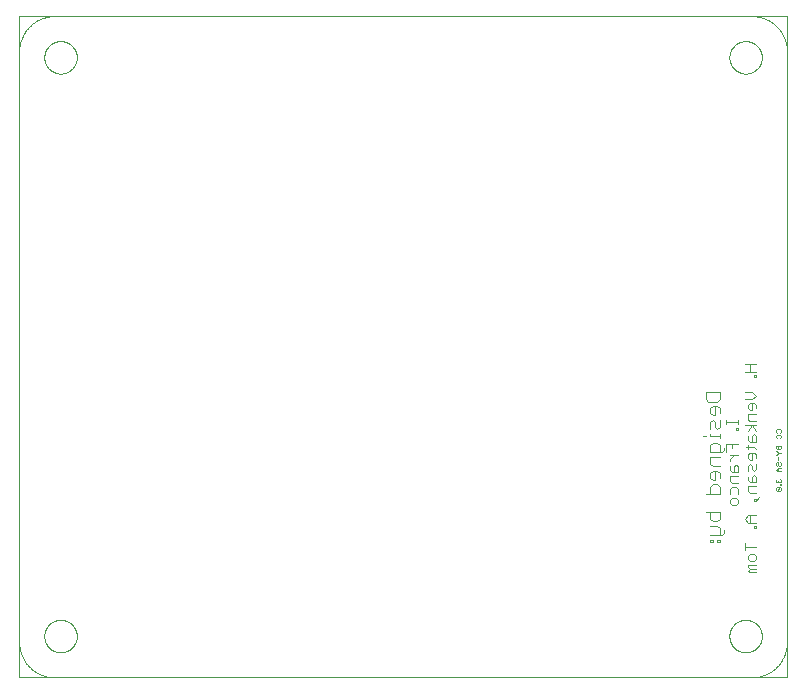
<source format=gbo>
G75*
%MOIN*%
%OFA0B0*%
%FSLAX25Y25*%
%IPPOS*%
%LPD*%
%AMOC8*
5,1,8,0,0,1.08239X$1,22.5*
%
%ADD10C,0.00000*%
%ADD11C,0.00200*%
%ADD12C,0.00400*%
%ADD13C,0.00300*%
D10*
X0004996Y0005011D02*
X0005008Y0225385D01*
X0260916Y0225461D01*
X0260960Y0004994D01*
X0004996Y0005011D01*
X0005000Y0016811D02*
X0005000Y0213661D01*
X0005003Y0213946D01*
X0005014Y0214232D01*
X0005031Y0214517D01*
X0005055Y0214801D01*
X0005086Y0215085D01*
X0005124Y0215368D01*
X0005169Y0215649D01*
X0005220Y0215930D01*
X0005278Y0216210D01*
X0005343Y0216488D01*
X0005415Y0216764D01*
X0005493Y0217038D01*
X0005578Y0217311D01*
X0005670Y0217581D01*
X0005768Y0217849D01*
X0005872Y0218115D01*
X0005983Y0218378D01*
X0006100Y0218638D01*
X0006223Y0218896D01*
X0006353Y0219150D01*
X0006489Y0219401D01*
X0006630Y0219649D01*
X0006778Y0219893D01*
X0006931Y0220134D01*
X0007091Y0220370D01*
X0007256Y0220603D01*
X0007426Y0220832D01*
X0007602Y0221057D01*
X0007784Y0221277D01*
X0007970Y0221493D01*
X0008162Y0221704D01*
X0008359Y0221911D01*
X0008561Y0222113D01*
X0008768Y0222310D01*
X0008979Y0222502D01*
X0009195Y0222688D01*
X0009415Y0222870D01*
X0009640Y0223046D01*
X0009869Y0223216D01*
X0010102Y0223381D01*
X0010338Y0223541D01*
X0010579Y0223694D01*
X0010823Y0223842D01*
X0011071Y0223983D01*
X0011322Y0224119D01*
X0011576Y0224249D01*
X0011834Y0224372D01*
X0012094Y0224489D01*
X0012357Y0224600D01*
X0012623Y0224704D01*
X0012891Y0224802D01*
X0013161Y0224894D01*
X0013434Y0224979D01*
X0013708Y0225057D01*
X0013984Y0225129D01*
X0014262Y0225194D01*
X0014542Y0225252D01*
X0014823Y0225303D01*
X0015104Y0225348D01*
X0015387Y0225386D01*
X0015671Y0225417D01*
X0015955Y0225441D01*
X0016240Y0225458D01*
X0016526Y0225469D01*
X0016811Y0225472D01*
X0249094Y0225472D01*
X0249379Y0225469D01*
X0249665Y0225458D01*
X0249950Y0225441D01*
X0250234Y0225417D01*
X0250518Y0225386D01*
X0250801Y0225348D01*
X0251082Y0225303D01*
X0251363Y0225252D01*
X0251643Y0225194D01*
X0251921Y0225129D01*
X0252197Y0225057D01*
X0252471Y0224979D01*
X0252744Y0224894D01*
X0253014Y0224802D01*
X0253282Y0224704D01*
X0253548Y0224600D01*
X0253811Y0224489D01*
X0254071Y0224372D01*
X0254329Y0224249D01*
X0254583Y0224119D01*
X0254834Y0223983D01*
X0255082Y0223842D01*
X0255326Y0223694D01*
X0255567Y0223541D01*
X0255803Y0223381D01*
X0256036Y0223216D01*
X0256265Y0223046D01*
X0256490Y0222870D01*
X0256710Y0222688D01*
X0256926Y0222502D01*
X0257137Y0222310D01*
X0257344Y0222113D01*
X0257546Y0221911D01*
X0257743Y0221704D01*
X0257935Y0221493D01*
X0258121Y0221277D01*
X0258303Y0221057D01*
X0258479Y0220832D01*
X0258649Y0220603D01*
X0258814Y0220370D01*
X0258974Y0220134D01*
X0259127Y0219893D01*
X0259275Y0219649D01*
X0259416Y0219401D01*
X0259552Y0219150D01*
X0259682Y0218896D01*
X0259805Y0218638D01*
X0259922Y0218378D01*
X0260033Y0218115D01*
X0260137Y0217849D01*
X0260235Y0217581D01*
X0260327Y0217311D01*
X0260412Y0217038D01*
X0260490Y0216764D01*
X0260562Y0216488D01*
X0260627Y0216210D01*
X0260685Y0215930D01*
X0260736Y0215649D01*
X0260781Y0215368D01*
X0260819Y0215085D01*
X0260850Y0214801D01*
X0260874Y0214517D01*
X0260891Y0214232D01*
X0260902Y0213946D01*
X0260905Y0213661D01*
X0260906Y0213661D02*
X0260906Y0016811D01*
X0260905Y0016811D02*
X0260902Y0016526D01*
X0260891Y0016240D01*
X0260874Y0015955D01*
X0260850Y0015671D01*
X0260819Y0015387D01*
X0260781Y0015104D01*
X0260736Y0014823D01*
X0260685Y0014542D01*
X0260627Y0014262D01*
X0260562Y0013984D01*
X0260490Y0013708D01*
X0260412Y0013434D01*
X0260327Y0013161D01*
X0260235Y0012891D01*
X0260137Y0012623D01*
X0260033Y0012357D01*
X0259922Y0012094D01*
X0259805Y0011834D01*
X0259682Y0011576D01*
X0259552Y0011322D01*
X0259416Y0011071D01*
X0259275Y0010823D01*
X0259127Y0010579D01*
X0258974Y0010338D01*
X0258814Y0010102D01*
X0258649Y0009869D01*
X0258479Y0009640D01*
X0258303Y0009415D01*
X0258121Y0009195D01*
X0257935Y0008979D01*
X0257743Y0008768D01*
X0257546Y0008561D01*
X0257344Y0008359D01*
X0257137Y0008162D01*
X0256926Y0007970D01*
X0256710Y0007784D01*
X0256490Y0007602D01*
X0256265Y0007426D01*
X0256036Y0007256D01*
X0255803Y0007091D01*
X0255567Y0006931D01*
X0255326Y0006778D01*
X0255082Y0006630D01*
X0254834Y0006489D01*
X0254583Y0006353D01*
X0254329Y0006223D01*
X0254071Y0006100D01*
X0253811Y0005983D01*
X0253548Y0005872D01*
X0253282Y0005768D01*
X0253014Y0005670D01*
X0252744Y0005578D01*
X0252471Y0005493D01*
X0252197Y0005415D01*
X0251921Y0005343D01*
X0251643Y0005278D01*
X0251363Y0005220D01*
X0251082Y0005169D01*
X0250801Y0005124D01*
X0250518Y0005086D01*
X0250234Y0005055D01*
X0249950Y0005031D01*
X0249665Y0005014D01*
X0249379Y0005003D01*
X0249094Y0005000D01*
X0016811Y0005000D01*
X0016526Y0005003D01*
X0016240Y0005014D01*
X0015955Y0005031D01*
X0015671Y0005055D01*
X0015387Y0005086D01*
X0015104Y0005124D01*
X0014823Y0005169D01*
X0014542Y0005220D01*
X0014262Y0005278D01*
X0013984Y0005343D01*
X0013708Y0005415D01*
X0013434Y0005493D01*
X0013161Y0005578D01*
X0012891Y0005670D01*
X0012623Y0005768D01*
X0012357Y0005872D01*
X0012094Y0005983D01*
X0011834Y0006100D01*
X0011576Y0006223D01*
X0011322Y0006353D01*
X0011071Y0006489D01*
X0010823Y0006630D01*
X0010579Y0006778D01*
X0010338Y0006931D01*
X0010102Y0007091D01*
X0009869Y0007256D01*
X0009640Y0007426D01*
X0009415Y0007602D01*
X0009195Y0007784D01*
X0008979Y0007970D01*
X0008768Y0008162D01*
X0008561Y0008359D01*
X0008359Y0008561D01*
X0008162Y0008768D01*
X0007970Y0008979D01*
X0007784Y0009195D01*
X0007602Y0009415D01*
X0007426Y0009640D01*
X0007256Y0009869D01*
X0007091Y0010102D01*
X0006931Y0010338D01*
X0006778Y0010579D01*
X0006630Y0010823D01*
X0006489Y0011071D01*
X0006353Y0011322D01*
X0006223Y0011576D01*
X0006100Y0011834D01*
X0005983Y0012094D01*
X0005872Y0012357D01*
X0005768Y0012623D01*
X0005670Y0012891D01*
X0005578Y0013161D01*
X0005493Y0013434D01*
X0005415Y0013708D01*
X0005343Y0013984D01*
X0005278Y0014262D01*
X0005220Y0014542D01*
X0005169Y0014823D01*
X0005124Y0015104D01*
X0005086Y0015387D01*
X0005055Y0015671D01*
X0005031Y0015955D01*
X0005014Y0016240D01*
X0005003Y0016526D01*
X0005000Y0016811D01*
X0013367Y0018780D02*
X0013369Y0018927D01*
X0013375Y0019073D01*
X0013385Y0019219D01*
X0013399Y0019365D01*
X0013417Y0019511D01*
X0013438Y0019656D01*
X0013464Y0019800D01*
X0013494Y0019944D01*
X0013527Y0020086D01*
X0013564Y0020228D01*
X0013605Y0020369D01*
X0013650Y0020508D01*
X0013699Y0020647D01*
X0013751Y0020784D01*
X0013808Y0020919D01*
X0013867Y0021053D01*
X0013931Y0021185D01*
X0013998Y0021315D01*
X0014068Y0021444D01*
X0014142Y0021571D01*
X0014219Y0021695D01*
X0014300Y0021818D01*
X0014384Y0021938D01*
X0014471Y0022056D01*
X0014561Y0022171D01*
X0014654Y0022284D01*
X0014751Y0022395D01*
X0014850Y0022503D01*
X0014952Y0022608D01*
X0015057Y0022710D01*
X0015165Y0022809D01*
X0015276Y0022906D01*
X0015389Y0022999D01*
X0015504Y0023089D01*
X0015622Y0023176D01*
X0015742Y0023260D01*
X0015865Y0023341D01*
X0015989Y0023418D01*
X0016116Y0023492D01*
X0016245Y0023562D01*
X0016375Y0023629D01*
X0016507Y0023693D01*
X0016641Y0023752D01*
X0016776Y0023809D01*
X0016913Y0023861D01*
X0017052Y0023910D01*
X0017191Y0023955D01*
X0017332Y0023996D01*
X0017474Y0024033D01*
X0017616Y0024066D01*
X0017760Y0024096D01*
X0017904Y0024122D01*
X0018049Y0024143D01*
X0018195Y0024161D01*
X0018341Y0024175D01*
X0018487Y0024185D01*
X0018633Y0024191D01*
X0018780Y0024193D01*
X0018927Y0024191D01*
X0019073Y0024185D01*
X0019219Y0024175D01*
X0019365Y0024161D01*
X0019511Y0024143D01*
X0019656Y0024122D01*
X0019800Y0024096D01*
X0019944Y0024066D01*
X0020086Y0024033D01*
X0020228Y0023996D01*
X0020369Y0023955D01*
X0020508Y0023910D01*
X0020647Y0023861D01*
X0020784Y0023809D01*
X0020919Y0023752D01*
X0021053Y0023693D01*
X0021185Y0023629D01*
X0021315Y0023562D01*
X0021444Y0023492D01*
X0021571Y0023418D01*
X0021695Y0023341D01*
X0021818Y0023260D01*
X0021938Y0023176D01*
X0022056Y0023089D01*
X0022171Y0022999D01*
X0022284Y0022906D01*
X0022395Y0022809D01*
X0022503Y0022710D01*
X0022608Y0022608D01*
X0022710Y0022503D01*
X0022809Y0022395D01*
X0022906Y0022284D01*
X0022999Y0022171D01*
X0023089Y0022056D01*
X0023176Y0021938D01*
X0023260Y0021818D01*
X0023341Y0021695D01*
X0023418Y0021571D01*
X0023492Y0021444D01*
X0023562Y0021315D01*
X0023629Y0021185D01*
X0023693Y0021053D01*
X0023752Y0020919D01*
X0023809Y0020784D01*
X0023861Y0020647D01*
X0023910Y0020508D01*
X0023955Y0020369D01*
X0023996Y0020228D01*
X0024033Y0020086D01*
X0024066Y0019944D01*
X0024096Y0019800D01*
X0024122Y0019656D01*
X0024143Y0019511D01*
X0024161Y0019365D01*
X0024175Y0019219D01*
X0024185Y0019073D01*
X0024191Y0018927D01*
X0024193Y0018780D01*
X0024191Y0018633D01*
X0024185Y0018487D01*
X0024175Y0018341D01*
X0024161Y0018195D01*
X0024143Y0018049D01*
X0024122Y0017904D01*
X0024096Y0017760D01*
X0024066Y0017616D01*
X0024033Y0017474D01*
X0023996Y0017332D01*
X0023955Y0017191D01*
X0023910Y0017052D01*
X0023861Y0016913D01*
X0023809Y0016776D01*
X0023752Y0016641D01*
X0023693Y0016507D01*
X0023629Y0016375D01*
X0023562Y0016245D01*
X0023492Y0016116D01*
X0023418Y0015989D01*
X0023341Y0015865D01*
X0023260Y0015742D01*
X0023176Y0015622D01*
X0023089Y0015504D01*
X0022999Y0015389D01*
X0022906Y0015276D01*
X0022809Y0015165D01*
X0022710Y0015057D01*
X0022608Y0014952D01*
X0022503Y0014850D01*
X0022395Y0014751D01*
X0022284Y0014654D01*
X0022171Y0014561D01*
X0022056Y0014471D01*
X0021938Y0014384D01*
X0021818Y0014300D01*
X0021695Y0014219D01*
X0021571Y0014142D01*
X0021444Y0014068D01*
X0021315Y0013998D01*
X0021185Y0013931D01*
X0021053Y0013867D01*
X0020919Y0013808D01*
X0020784Y0013751D01*
X0020647Y0013699D01*
X0020508Y0013650D01*
X0020369Y0013605D01*
X0020228Y0013564D01*
X0020086Y0013527D01*
X0019944Y0013494D01*
X0019800Y0013464D01*
X0019656Y0013438D01*
X0019511Y0013417D01*
X0019365Y0013399D01*
X0019219Y0013385D01*
X0019073Y0013375D01*
X0018927Y0013369D01*
X0018780Y0013367D01*
X0018633Y0013369D01*
X0018487Y0013375D01*
X0018341Y0013385D01*
X0018195Y0013399D01*
X0018049Y0013417D01*
X0017904Y0013438D01*
X0017760Y0013464D01*
X0017616Y0013494D01*
X0017474Y0013527D01*
X0017332Y0013564D01*
X0017191Y0013605D01*
X0017052Y0013650D01*
X0016913Y0013699D01*
X0016776Y0013751D01*
X0016641Y0013808D01*
X0016507Y0013867D01*
X0016375Y0013931D01*
X0016245Y0013998D01*
X0016116Y0014068D01*
X0015989Y0014142D01*
X0015865Y0014219D01*
X0015742Y0014300D01*
X0015622Y0014384D01*
X0015504Y0014471D01*
X0015389Y0014561D01*
X0015276Y0014654D01*
X0015165Y0014751D01*
X0015057Y0014850D01*
X0014952Y0014952D01*
X0014850Y0015057D01*
X0014751Y0015165D01*
X0014654Y0015276D01*
X0014561Y0015389D01*
X0014471Y0015504D01*
X0014384Y0015622D01*
X0014300Y0015742D01*
X0014219Y0015865D01*
X0014142Y0015989D01*
X0014068Y0016116D01*
X0013998Y0016245D01*
X0013931Y0016375D01*
X0013867Y0016507D01*
X0013808Y0016641D01*
X0013751Y0016776D01*
X0013699Y0016913D01*
X0013650Y0017052D01*
X0013605Y0017191D01*
X0013564Y0017332D01*
X0013527Y0017474D01*
X0013494Y0017616D01*
X0013464Y0017760D01*
X0013438Y0017904D01*
X0013417Y0018049D01*
X0013399Y0018195D01*
X0013385Y0018341D01*
X0013375Y0018487D01*
X0013369Y0018633D01*
X0013367Y0018780D01*
X0013367Y0211693D02*
X0013369Y0211840D01*
X0013375Y0211986D01*
X0013385Y0212132D01*
X0013399Y0212278D01*
X0013417Y0212424D01*
X0013438Y0212569D01*
X0013464Y0212713D01*
X0013494Y0212857D01*
X0013527Y0212999D01*
X0013564Y0213141D01*
X0013605Y0213282D01*
X0013650Y0213421D01*
X0013699Y0213560D01*
X0013751Y0213697D01*
X0013808Y0213832D01*
X0013867Y0213966D01*
X0013931Y0214098D01*
X0013998Y0214228D01*
X0014068Y0214357D01*
X0014142Y0214484D01*
X0014219Y0214608D01*
X0014300Y0214731D01*
X0014384Y0214851D01*
X0014471Y0214969D01*
X0014561Y0215084D01*
X0014654Y0215197D01*
X0014751Y0215308D01*
X0014850Y0215416D01*
X0014952Y0215521D01*
X0015057Y0215623D01*
X0015165Y0215722D01*
X0015276Y0215819D01*
X0015389Y0215912D01*
X0015504Y0216002D01*
X0015622Y0216089D01*
X0015742Y0216173D01*
X0015865Y0216254D01*
X0015989Y0216331D01*
X0016116Y0216405D01*
X0016245Y0216475D01*
X0016375Y0216542D01*
X0016507Y0216606D01*
X0016641Y0216665D01*
X0016776Y0216722D01*
X0016913Y0216774D01*
X0017052Y0216823D01*
X0017191Y0216868D01*
X0017332Y0216909D01*
X0017474Y0216946D01*
X0017616Y0216979D01*
X0017760Y0217009D01*
X0017904Y0217035D01*
X0018049Y0217056D01*
X0018195Y0217074D01*
X0018341Y0217088D01*
X0018487Y0217098D01*
X0018633Y0217104D01*
X0018780Y0217106D01*
X0018927Y0217104D01*
X0019073Y0217098D01*
X0019219Y0217088D01*
X0019365Y0217074D01*
X0019511Y0217056D01*
X0019656Y0217035D01*
X0019800Y0217009D01*
X0019944Y0216979D01*
X0020086Y0216946D01*
X0020228Y0216909D01*
X0020369Y0216868D01*
X0020508Y0216823D01*
X0020647Y0216774D01*
X0020784Y0216722D01*
X0020919Y0216665D01*
X0021053Y0216606D01*
X0021185Y0216542D01*
X0021315Y0216475D01*
X0021444Y0216405D01*
X0021571Y0216331D01*
X0021695Y0216254D01*
X0021818Y0216173D01*
X0021938Y0216089D01*
X0022056Y0216002D01*
X0022171Y0215912D01*
X0022284Y0215819D01*
X0022395Y0215722D01*
X0022503Y0215623D01*
X0022608Y0215521D01*
X0022710Y0215416D01*
X0022809Y0215308D01*
X0022906Y0215197D01*
X0022999Y0215084D01*
X0023089Y0214969D01*
X0023176Y0214851D01*
X0023260Y0214731D01*
X0023341Y0214608D01*
X0023418Y0214484D01*
X0023492Y0214357D01*
X0023562Y0214228D01*
X0023629Y0214098D01*
X0023693Y0213966D01*
X0023752Y0213832D01*
X0023809Y0213697D01*
X0023861Y0213560D01*
X0023910Y0213421D01*
X0023955Y0213282D01*
X0023996Y0213141D01*
X0024033Y0212999D01*
X0024066Y0212857D01*
X0024096Y0212713D01*
X0024122Y0212569D01*
X0024143Y0212424D01*
X0024161Y0212278D01*
X0024175Y0212132D01*
X0024185Y0211986D01*
X0024191Y0211840D01*
X0024193Y0211693D01*
X0024191Y0211546D01*
X0024185Y0211400D01*
X0024175Y0211254D01*
X0024161Y0211108D01*
X0024143Y0210962D01*
X0024122Y0210817D01*
X0024096Y0210673D01*
X0024066Y0210529D01*
X0024033Y0210387D01*
X0023996Y0210245D01*
X0023955Y0210104D01*
X0023910Y0209965D01*
X0023861Y0209826D01*
X0023809Y0209689D01*
X0023752Y0209554D01*
X0023693Y0209420D01*
X0023629Y0209288D01*
X0023562Y0209158D01*
X0023492Y0209029D01*
X0023418Y0208902D01*
X0023341Y0208778D01*
X0023260Y0208655D01*
X0023176Y0208535D01*
X0023089Y0208417D01*
X0022999Y0208302D01*
X0022906Y0208189D01*
X0022809Y0208078D01*
X0022710Y0207970D01*
X0022608Y0207865D01*
X0022503Y0207763D01*
X0022395Y0207664D01*
X0022284Y0207567D01*
X0022171Y0207474D01*
X0022056Y0207384D01*
X0021938Y0207297D01*
X0021818Y0207213D01*
X0021695Y0207132D01*
X0021571Y0207055D01*
X0021444Y0206981D01*
X0021315Y0206911D01*
X0021185Y0206844D01*
X0021053Y0206780D01*
X0020919Y0206721D01*
X0020784Y0206664D01*
X0020647Y0206612D01*
X0020508Y0206563D01*
X0020369Y0206518D01*
X0020228Y0206477D01*
X0020086Y0206440D01*
X0019944Y0206407D01*
X0019800Y0206377D01*
X0019656Y0206351D01*
X0019511Y0206330D01*
X0019365Y0206312D01*
X0019219Y0206298D01*
X0019073Y0206288D01*
X0018927Y0206282D01*
X0018780Y0206280D01*
X0018633Y0206282D01*
X0018487Y0206288D01*
X0018341Y0206298D01*
X0018195Y0206312D01*
X0018049Y0206330D01*
X0017904Y0206351D01*
X0017760Y0206377D01*
X0017616Y0206407D01*
X0017474Y0206440D01*
X0017332Y0206477D01*
X0017191Y0206518D01*
X0017052Y0206563D01*
X0016913Y0206612D01*
X0016776Y0206664D01*
X0016641Y0206721D01*
X0016507Y0206780D01*
X0016375Y0206844D01*
X0016245Y0206911D01*
X0016116Y0206981D01*
X0015989Y0207055D01*
X0015865Y0207132D01*
X0015742Y0207213D01*
X0015622Y0207297D01*
X0015504Y0207384D01*
X0015389Y0207474D01*
X0015276Y0207567D01*
X0015165Y0207664D01*
X0015057Y0207763D01*
X0014952Y0207865D01*
X0014850Y0207970D01*
X0014751Y0208078D01*
X0014654Y0208189D01*
X0014561Y0208302D01*
X0014471Y0208417D01*
X0014384Y0208535D01*
X0014300Y0208655D01*
X0014219Y0208778D01*
X0014142Y0208902D01*
X0014068Y0209029D01*
X0013998Y0209158D01*
X0013931Y0209288D01*
X0013867Y0209420D01*
X0013808Y0209554D01*
X0013751Y0209689D01*
X0013699Y0209826D01*
X0013650Y0209965D01*
X0013605Y0210104D01*
X0013564Y0210245D01*
X0013527Y0210387D01*
X0013494Y0210529D01*
X0013464Y0210673D01*
X0013438Y0210817D01*
X0013417Y0210962D01*
X0013399Y0211108D01*
X0013385Y0211254D01*
X0013375Y0211400D01*
X0013369Y0211546D01*
X0013367Y0211693D01*
X0241713Y0211693D02*
X0241715Y0211840D01*
X0241721Y0211986D01*
X0241731Y0212132D01*
X0241745Y0212278D01*
X0241763Y0212424D01*
X0241784Y0212569D01*
X0241810Y0212713D01*
X0241840Y0212857D01*
X0241873Y0212999D01*
X0241910Y0213141D01*
X0241951Y0213282D01*
X0241996Y0213421D01*
X0242045Y0213560D01*
X0242097Y0213697D01*
X0242154Y0213832D01*
X0242213Y0213966D01*
X0242277Y0214098D01*
X0242344Y0214228D01*
X0242414Y0214357D01*
X0242488Y0214484D01*
X0242565Y0214608D01*
X0242646Y0214731D01*
X0242730Y0214851D01*
X0242817Y0214969D01*
X0242907Y0215084D01*
X0243000Y0215197D01*
X0243097Y0215308D01*
X0243196Y0215416D01*
X0243298Y0215521D01*
X0243403Y0215623D01*
X0243511Y0215722D01*
X0243622Y0215819D01*
X0243735Y0215912D01*
X0243850Y0216002D01*
X0243968Y0216089D01*
X0244088Y0216173D01*
X0244211Y0216254D01*
X0244335Y0216331D01*
X0244462Y0216405D01*
X0244591Y0216475D01*
X0244721Y0216542D01*
X0244853Y0216606D01*
X0244987Y0216665D01*
X0245122Y0216722D01*
X0245259Y0216774D01*
X0245398Y0216823D01*
X0245537Y0216868D01*
X0245678Y0216909D01*
X0245820Y0216946D01*
X0245962Y0216979D01*
X0246106Y0217009D01*
X0246250Y0217035D01*
X0246395Y0217056D01*
X0246541Y0217074D01*
X0246687Y0217088D01*
X0246833Y0217098D01*
X0246979Y0217104D01*
X0247126Y0217106D01*
X0247273Y0217104D01*
X0247419Y0217098D01*
X0247565Y0217088D01*
X0247711Y0217074D01*
X0247857Y0217056D01*
X0248002Y0217035D01*
X0248146Y0217009D01*
X0248290Y0216979D01*
X0248432Y0216946D01*
X0248574Y0216909D01*
X0248715Y0216868D01*
X0248854Y0216823D01*
X0248993Y0216774D01*
X0249130Y0216722D01*
X0249265Y0216665D01*
X0249399Y0216606D01*
X0249531Y0216542D01*
X0249661Y0216475D01*
X0249790Y0216405D01*
X0249917Y0216331D01*
X0250041Y0216254D01*
X0250164Y0216173D01*
X0250284Y0216089D01*
X0250402Y0216002D01*
X0250517Y0215912D01*
X0250630Y0215819D01*
X0250741Y0215722D01*
X0250849Y0215623D01*
X0250954Y0215521D01*
X0251056Y0215416D01*
X0251155Y0215308D01*
X0251252Y0215197D01*
X0251345Y0215084D01*
X0251435Y0214969D01*
X0251522Y0214851D01*
X0251606Y0214731D01*
X0251687Y0214608D01*
X0251764Y0214484D01*
X0251838Y0214357D01*
X0251908Y0214228D01*
X0251975Y0214098D01*
X0252039Y0213966D01*
X0252098Y0213832D01*
X0252155Y0213697D01*
X0252207Y0213560D01*
X0252256Y0213421D01*
X0252301Y0213282D01*
X0252342Y0213141D01*
X0252379Y0212999D01*
X0252412Y0212857D01*
X0252442Y0212713D01*
X0252468Y0212569D01*
X0252489Y0212424D01*
X0252507Y0212278D01*
X0252521Y0212132D01*
X0252531Y0211986D01*
X0252537Y0211840D01*
X0252539Y0211693D01*
X0252537Y0211546D01*
X0252531Y0211400D01*
X0252521Y0211254D01*
X0252507Y0211108D01*
X0252489Y0210962D01*
X0252468Y0210817D01*
X0252442Y0210673D01*
X0252412Y0210529D01*
X0252379Y0210387D01*
X0252342Y0210245D01*
X0252301Y0210104D01*
X0252256Y0209965D01*
X0252207Y0209826D01*
X0252155Y0209689D01*
X0252098Y0209554D01*
X0252039Y0209420D01*
X0251975Y0209288D01*
X0251908Y0209158D01*
X0251838Y0209029D01*
X0251764Y0208902D01*
X0251687Y0208778D01*
X0251606Y0208655D01*
X0251522Y0208535D01*
X0251435Y0208417D01*
X0251345Y0208302D01*
X0251252Y0208189D01*
X0251155Y0208078D01*
X0251056Y0207970D01*
X0250954Y0207865D01*
X0250849Y0207763D01*
X0250741Y0207664D01*
X0250630Y0207567D01*
X0250517Y0207474D01*
X0250402Y0207384D01*
X0250284Y0207297D01*
X0250164Y0207213D01*
X0250041Y0207132D01*
X0249917Y0207055D01*
X0249790Y0206981D01*
X0249661Y0206911D01*
X0249531Y0206844D01*
X0249399Y0206780D01*
X0249265Y0206721D01*
X0249130Y0206664D01*
X0248993Y0206612D01*
X0248854Y0206563D01*
X0248715Y0206518D01*
X0248574Y0206477D01*
X0248432Y0206440D01*
X0248290Y0206407D01*
X0248146Y0206377D01*
X0248002Y0206351D01*
X0247857Y0206330D01*
X0247711Y0206312D01*
X0247565Y0206298D01*
X0247419Y0206288D01*
X0247273Y0206282D01*
X0247126Y0206280D01*
X0246979Y0206282D01*
X0246833Y0206288D01*
X0246687Y0206298D01*
X0246541Y0206312D01*
X0246395Y0206330D01*
X0246250Y0206351D01*
X0246106Y0206377D01*
X0245962Y0206407D01*
X0245820Y0206440D01*
X0245678Y0206477D01*
X0245537Y0206518D01*
X0245398Y0206563D01*
X0245259Y0206612D01*
X0245122Y0206664D01*
X0244987Y0206721D01*
X0244853Y0206780D01*
X0244721Y0206844D01*
X0244591Y0206911D01*
X0244462Y0206981D01*
X0244335Y0207055D01*
X0244211Y0207132D01*
X0244088Y0207213D01*
X0243968Y0207297D01*
X0243850Y0207384D01*
X0243735Y0207474D01*
X0243622Y0207567D01*
X0243511Y0207664D01*
X0243403Y0207763D01*
X0243298Y0207865D01*
X0243196Y0207970D01*
X0243097Y0208078D01*
X0243000Y0208189D01*
X0242907Y0208302D01*
X0242817Y0208417D01*
X0242730Y0208535D01*
X0242646Y0208655D01*
X0242565Y0208778D01*
X0242488Y0208902D01*
X0242414Y0209029D01*
X0242344Y0209158D01*
X0242277Y0209288D01*
X0242213Y0209420D01*
X0242154Y0209554D01*
X0242097Y0209689D01*
X0242045Y0209826D01*
X0241996Y0209965D01*
X0241951Y0210104D01*
X0241910Y0210245D01*
X0241873Y0210387D01*
X0241840Y0210529D01*
X0241810Y0210673D01*
X0241784Y0210817D01*
X0241763Y0210962D01*
X0241745Y0211108D01*
X0241731Y0211254D01*
X0241721Y0211400D01*
X0241715Y0211546D01*
X0241713Y0211693D01*
X0241713Y0018780D02*
X0241715Y0018927D01*
X0241721Y0019073D01*
X0241731Y0019219D01*
X0241745Y0019365D01*
X0241763Y0019511D01*
X0241784Y0019656D01*
X0241810Y0019800D01*
X0241840Y0019944D01*
X0241873Y0020086D01*
X0241910Y0020228D01*
X0241951Y0020369D01*
X0241996Y0020508D01*
X0242045Y0020647D01*
X0242097Y0020784D01*
X0242154Y0020919D01*
X0242213Y0021053D01*
X0242277Y0021185D01*
X0242344Y0021315D01*
X0242414Y0021444D01*
X0242488Y0021571D01*
X0242565Y0021695D01*
X0242646Y0021818D01*
X0242730Y0021938D01*
X0242817Y0022056D01*
X0242907Y0022171D01*
X0243000Y0022284D01*
X0243097Y0022395D01*
X0243196Y0022503D01*
X0243298Y0022608D01*
X0243403Y0022710D01*
X0243511Y0022809D01*
X0243622Y0022906D01*
X0243735Y0022999D01*
X0243850Y0023089D01*
X0243968Y0023176D01*
X0244088Y0023260D01*
X0244211Y0023341D01*
X0244335Y0023418D01*
X0244462Y0023492D01*
X0244591Y0023562D01*
X0244721Y0023629D01*
X0244853Y0023693D01*
X0244987Y0023752D01*
X0245122Y0023809D01*
X0245259Y0023861D01*
X0245398Y0023910D01*
X0245537Y0023955D01*
X0245678Y0023996D01*
X0245820Y0024033D01*
X0245962Y0024066D01*
X0246106Y0024096D01*
X0246250Y0024122D01*
X0246395Y0024143D01*
X0246541Y0024161D01*
X0246687Y0024175D01*
X0246833Y0024185D01*
X0246979Y0024191D01*
X0247126Y0024193D01*
X0247273Y0024191D01*
X0247419Y0024185D01*
X0247565Y0024175D01*
X0247711Y0024161D01*
X0247857Y0024143D01*
X0248002Y0024122D01*
X0248146Y0024096D01*
X0248290Y0024066D01*
X0248432Y0024033D01*
X0248574Y0023996D01*
X0248715Y0023955D01*
X0248854Y0023910D01*
X0248993Y0023861D01*
X0249130Y0023809D01*
X0249265Y0023752D01*
X0249399Y0023693D01*
X0249531Y0023629D01*
X0249661Y0023562D01*
X0249790Y0023492D01*
X0249917Y0023418D01*
X0250041Y0023341D01*
X0250164Y0023260D01*
X0250284Y0023176D01*
X0250402Y0023089D01*
X0250517Y0022999D01*
X0250630Y0022906D01*
X0250741Y0022809D01*
X0250849Y0022710D01*
X0250954Y0022608D01*
X0251056Y0022503D01*
X0251155Y0022395D01*
X0251252Y0022284D01*
X0251345Y0022171D01*
X0251435Y0022056D01*
X0251522Y0021938D01*
X0251606Y0021818D01*
X0251687Y0021695D01*
X0251764Y0021571D01*
X0251838Y0021444D01*
X0251908Y0021315D01*
X0251975Y0021185D01*
X0252039Y0021053D01*
X0252098Y0020919D01*
X0252155Y0020784D01*
X0252207Y0020647D01*
X0252256Y0020508D01*
X0252301Y0020369D01*
X0252342Y0020228D01*
X0252379Y0020086D01*
X0252412Y0019944D01*
X0252442Y0019800D01*
X0252468Y0019656D01*
X0252489Y0019511D01*
X0252507Y0019365D01*
X0252521Y0019219D01*
X0252531Y0019073D01*
X0252537Y0018927D01*
X0252539Y0018780D01*
X0252537Y0018633D01*
X0252531Y0018487D01*
X0252521Y0018341D01*
X0252507Y0018195D01*
X0252489Y0018049D01*
X0252468Y0017904D01*
X0252442Y0017760D01*
X0252412Y0017616D01*
X0252379Y0017474D01*
X0252342Y0017332D01*
X0252301Y0017191D01*
X0252256Y0017052D01*
X0252207Y0016913D01*
X0252155Y0016776D01*
X0252098Y0016641D01*
X0252039Y0016507D01*
X0251975Y0016375D01*
X0251908Y0016245D01*
X0251838Y0016116D01*
X0251764Y0015989D01*
X0251687Y0015865D01*
X0251606Y0015742D01*
X0251522Y0015622D01*
X0251435Y0015504D01*
X0251345Y0015389D01*
X0251252Y0015276D01*
X0251155Y0015165D01*
X0251056Y0015057D01*
X0250954Y0014952D01*
X0250849Y0014850D01*
X0250741Y0014751D01*
X0250630Y0014654D01*
X0250517Y0014561D01*
X0250402Y0014471D01*
X0250284Y0014384D01*
X0250164Y0014300D01*
X0250041Y0014219D01*
X0249917Y0014142D01*
X0249790Y0014068D01*
X0249661Y0013998D01*
X0249531Y0013931D01*
X0249399Y0013867D01*
X0249265Y0013808D01*
X0249130Y0013751D01*
X0248993Y0013699D01*
X0248854Y0013650D01*
X0248715Y0013605D01*
X0248574Y0013564D01*
X0248432Y0013527D01*
X0248290Y0013494D01*
X0248146Y0013464D01*
X0248002Y0013438D01*
X0247857Y0013417D01*
X0247711Y0013399D01*
X0247565Y0013385D01*
X0247419Y0013375D01*
X0247273Y0013369D01*
X0247126Y0013367D01*
X0246979Y0013369D01*
X0246833Y0013375D01*
X0246687Y0013385D01*
X0246541Y0013399D01*
X0246395Y0013417D01*
X0246250Y0013438D01*
X0246106Y0013464D01*
X0245962Y0013494D01*
X0245820Y0013527D01*
X0245678Y0013564D01*
X0245537Y0013605D01*
X0245398Y0013650D01*
X0245259Y0013699D01*
X0245122Y0013751D01*
X0244987Y0013808D01*
X0244853Y0013867D01*
X0244721Y0013931D01*
X0244591Y0013998D01*
X0244462Y0014068D01*
X0244335Y0014142D01*
X0244211Y0014219D01*
X0244088Y0014300D01*
X0243968Y0014384D01*
X0243850Y0014471D01*
X0243735Y0014561D01*
X0243622Y0014654D01*
X0243511Y0014751D01*
X0243403Y0014850D01*
X0243298Y0014952D01*
X0243196Y0015057D01*
X0243097Y0015165D01*
X0243000Y0015276D01*
X0242907Y0015389D01*
X0242817Y0015504D01*
X0242730Y0015622D01*
X0242646Y0015742D01*
X0242565Y0015865D01*
X0242488Y0015989D01*
X0242414Y0016116D01*
X0242344Y0016245D01*
X0242277Y0016375D01*
X0242213Y0016507D01*
X0242154Y0016641D01*
X0242097Y0016776D01*
X0242045Y0016913D01*
X0241996Y0017052D01*
X0241951Y0017191D01*
X0241910Y0017332D01*
X0241873Y0017474D01*
X0241840Y0017616D01*
X0241810Y0017760D01*
X0241784Y0017904D01*
X0241763Y0018049D01*
X0241745Y0018195D01*
X0241731Y0018341D01*
X0241721Y0018487D01*
X0241715Y0018633D01*
X0241713Y0018780D01*
D11*
X0257471Y0067242D02*
X0258672Y0068443D01*
X0258972Y0068142D01*
X0258972Y0067542D01*
X0258672Y0067242D01*
X0257471Y0067242D01*
X0257171Y0067542D01*
X0257171Y0068142D01*
X0257471Y0068443D01*
X0258672Y0068443D01*
X0258672Y0069063D02*
X0258972Y0069063D01*
X0258972Y0069363D01*
X0258672Y0069363D01*
X0258672Y0069063D01*
X0258672Y0070004D02*
X0258972Y0070304D01*
X0258972Y0070905D01*
X0258672Y0071205D01*
X0258071Y0070605D02*
X0258071Y0070304D01*
X0258372Y0070004D01*
X0258672Y0070004D01*
X0258071Y0070304D02*
X0257771Y0070004D01*
X0257471Y0070004D01*
X0257171Y0070304D01*
X0257171Y0070905D01*
X0257471Y0071205D01*
X0257771Y0073687D02*
X0258972Y0073687D01*
X0258071Y0073687D02*
X0258071Y0074888D01*
X0257771Y0074888D02*
X0257171Y0074288D01*
X0257771Y0073687D01*
X0257771Y0074888D02*
X0258972Y0074888D01*
X0258672Y0075529D02*
X0258972Y0075829D01*
X0258972Y0076429D01*
X0258672Y0076730D01*
X0258071Y0076429D02*
X0258071Y0075829D01*
X0258372Y0075529D01*
X0258672Y0075529D01*
X0258071Y0076429D02*
X0257771Y0076730D01*
X0257471Y0076730D01*
X0257171Y0076429D01*
X0257171Y0075829D01*
X0257471Y0075529D01*
X0258071Y0077370D02*
X0258071Y0078571D01*
X0257471Y0079212D02*
X0257171Y0079212D01*
X0257471Y0079212D02*
X0258071Y0079812D01*
X0258972Y0079812D01*
X0258071Y0079812D02*
X0257471Y0080413D01*
X0257171Y0080413D01*
X0257471Y0081053D02*
X0257771Y0081053D01*
X0258071Y0081354D01*
X0258071Y0082254D01*
X0258071Y0081354D02*
X0258372Y0081053D01*
X0258672Y0081053D01*
X0258972Y0081354D01*
X0258972Y0082254D01*
X0257171Y0082254D01*
X0257171Y0081354D01*
X0257471Y0081053D01*
X0257471Y0084737D02*
X0257171Y0085037D01*
X0257171Y0085637D01*
X0257471Y0085938D01*
X0258672Y0085938D01*
X0258972Y0085637D01*
X0258972Y0085037D01*
X0258672Y0084737D01*
X0258672Y0086578D02*
X0258972Y0086878D01*
X0258972Y0087479D01*
X0258672Y0087779D01*
X0257471Y0087779D01*
X0257171Y0087479D01*
X0257171Y0086878D01*
X0257471Y0086578D01*
D12*
X0239993Y0081615D02*
X0239993Y0080847D01*
X0239225Y0080080D01*
X0235389Y0080080D01*
X0235389Y0082382D01*
X0236156Y0083149D01*
X0237691Y0083149D01*
X0238458Y0082382D01*
X0238458Y0080080D01*
X0238458Y0078545D02*
X0235389Y0078545D01*
X0235389Y0076243D01*
X0236156Y0075476D01*
X0238458Y0075476D01*
X0237691Y0073941D02*
X0236156Y0073941D01*
X0235389Y0073174D01*
X0235389Y0071640D01*
X0236156Y0070872D01*
X0236923Y0070872D01*
X0236923Y0073941D01*
X0237691Y0073941D02*
X0238458Y0073174D01*
X0238458Y0071640D01*
X0237691Y0069338D02*
X0236156Y0069338D01*
X0235389Y0068570D01*
X0235389Y0066268D01*
X0233854Y0066268D02*
X0238458Y0066268D01*
X0238458Y0068570D01*
X0237691Y0069338D01*
X0238458Y0060130D02*
X0233854Y0060130D01*
X0235389Y0060130D02*
X0235389Y0057828D01*
X0236156Y0057060D01*
X0237691Y0057060D01*
X0238458Y0057828D01*
X0238458Y0060130D01*
X0237691Y0055526D02*
X0235389Y0055526D01*
X0237691Y0055526D02*
X0238458Y0054758D01*
X0238458Y0052456D01*
X0239225Y0052456D02*
X0235389Y0052456D01*
X0235389Y0050922D02*
X0236156Y0050922D01*
X0236156Y0050155D01*
X0235389Y0050155D01*
X0235389Y0050922D01*
X0237691Y0050922D02*
X0238458Y0050922D01*
X0238458Y0050155D01*
X0237691Y0050155D01*
X0237691Y0050922D01*
X0239225Y0052456D02*
X0239993Y0053224D01*
X0239993Y0053991D01*
X0238458Y0084684D02*
X0238458Y0086219D01*
X0238458Y0085451D02*
X0235389Y0085451D01*
X0235389Y0086219D01*
X0235389Y0087753D02*
X0235389Y0090055D01*
X0236156Y0090823D01*
X0236923Y0090055D01*
X0236923Y0088521D01*
X0237691Y0087753D01*
X0238458Y0088521D01*
X0238458Y0090823D01*
X0236923Y0092357D02*
X0236923Y0095426D01*
X0236156Y0095426D02*
X0235389Y0094659D01*
X0235389Y0093124D01*
X0236156Y0092357D01*
X0236923Y0092357D01*
X0238458Y0093124D02*
X0238458Y0094659D01*
X0237691Y0095426D01*
X0236156Y0095426D01*
X0237691Y0096961D02*
X0234621Y0096961D01*
X0233854Y0097728D01*
X0233854Y0100030D01*
X0238458Y0100030D01*
X0238458Y0097728D01*
X0237691Y0096961D01*
X0233854Y0085451D02*
X0233087Y0085451D01*
D13*
X0240728Y0082691D02*
X0240728Y0080222D01*
X0241963Y0079008D02*
X0244431Y0079008D01*
X0243197Y0079008D02*
X0241963Y0077773D01*
X0241963Y0077156D01*
X0241963Y0075321D02*
X0241963Y0074087D01*
X0242580Y0073470D01*
X0244431Y0073470D01*
X0244431Y0075321D01*
X0243814Y0075939D01*
X0243197Y0075321D01*
X0243197Y0073470D01*
X0241963Y0072255D02*
X0241963Y0070404D01*
X0242580Y0069787D01*
X0244431Y0069787D01*
X0243814Y0068572D02*
X0244431Y0067955D01*
X0244431Y0066103D01*
X0243814Y0064889D02*
X0242580Y0064889D01*
X0241963Y0064272D01*
X0241963Y0063038D01*
X0242580Y0062420D01*
X0243814Y0062420D01*
X0244431Y0063038D01*
X0244431Y0064272D01*
X0243814Y0064889D01*
X0241963Y0066103D02*
X0241963Y0067955D01*
X0242580Y0068572D01*
X0243814Y0068572D01*
X0244431Y0072255D02*
X0241963Y0072255D01*
X0248003Y0071949D02*
X0248003Y0070715D01*
X0248620Y0070098D01*
X0250472Y0070098D01*
X0250472Y0071949D01*
X0249854Y0072566D01*
X0249237Y0071949D01*
X0249237Y0070098D01*
X0248003Y0068883D02*
X0250472Y0068883D01*
X0250472Y0066415D02*
X0248620Y0066415D01*
X0248003Y0067032D01*
X0248003Y0068883D01*
X0249854Y0064583D02*
X0250472Y0064583D01*
X0250472Y0063966D01*
X0249854Y0063966D01*
X0249854Y0064583D01*
X0250472Y0063966D02*
X0251706Y0065200D01*
X0250472Y0059062D02*
X0248003Y0059062D01*
X0246768Y0057827D01*
X0248003Y0056593D01*
X0250472Y0056593D01*
X0250472Y0055378D02*
X0250472Y0054761D01*
X0249854Y0054761D01*
X0249854Y0055378D01*
X0250472Y0055378D01*
X0248620Y0056593D02*
X0248620Y0059062D01*
X0246768Y0049854D02*
X0246768Y0047385D01*
X0246768Y0048619D02*
X0250472Y0048619D01*
X0249854Y0046171D02*
X0248620Y0046171D01*
X0248003Y0045553D01*
X0248003Y0044319D01*
X0248620Y0043702D01*
X0249854Y0043702D01*
X0250472Y0044319D01*
X0250472Y0045553D01*
X0249854Y0046171D01*
X0250472Y0042487D02*
X0248003Y0042487D01*
X0248003Y0041870D01*
X0248620Y0041253D01*
X0248003Y0040636D01*
X0248620Y0040019D01*
X0250472Y0040019D01*
X0250472Y0041253D02*
X0248620Y0041253D01*
X0248003Y0073781D02*
X0248003Y0075632D01*
X0248620Y0076250D01*
X0249237Y0075632D01*
X0249237Y0074398D01*
X0249854Y0073781D01*
X0250472Y0074398D01*
X0250472Y0076250D01*
X0249237Y0077464D02*
X0248620Y0077464D01*
X0248003Y0078081D01*
X0248003Y0079316D01*
X0248620Y0079933D01*
X0249854Y0079933D01*
X0250472Y0079316D01*
X0250472Y0078081D01*
X0249237Y0077464D02*
X0249237Y0079933D01*
X0248003Y0081154D02*
X0248003Y0082388D01*
X0247386Y0081771D02*
X0249854Y0081771D01*
X0250472Y0081154D01*
X0250472Y0083603D02*
X0248620Y0083603D01*
X0248003Y0084220D01*
X0248003Y0085454D01*
X0249237Y0085454D02*
X0249237Y0083603D01*
X0250472Y0083603D02*
X0250472Y0085454D01*
X0249854Y0086071D01*
X0249237Y0085454D01*
X0248003Y0087289D02*
X0249237Y0089141D01*
X0250472Y0087289D01*
X0250472Y0089141D02*
X0246768Y0089141D01*
X0248003Y0090972D02*
X0248620Y0090355D01*
X0250472Y0090355D01*
X0250472Y0092824D02*
X0248003Y0092824D01*
X0248003Y0090972D01*
X0248620Y0094038D02*
X0249237Y0094038D01*
X0249237Y0096507D01*
X0249854Y0096507D02*
X0248620Y0096507D01*
X0248003Y0095890D01*
X0248003Y0094655D01*
X0248620Y0094038D01*
X0250472Y0094655D02*
X0250472Y0095890D01*
X0249854Y0096507D01*
X0249237Y0097721D02*
X0246768Y0097721D01*
X0246768Y0100190D02*
X0249237Y0100190D01*
X0250472Y0098956D01*
X0249237Y0097721D01*
X0249854Y0105098D02*
X0250472Y0105098D01*
X0250472Y0105715D01*
X0249854Y0105715D01*
X0249854Y0105098D01*
X0250472Y0106929D02*
X0246768Y0106929D01*
X0248620Y0106929D02*
X0248620Y0109398D01*
X0250472Y0109398D02*
X0246768Y0109398D01*
X0244431Y0090671D02*
X0244431Y0089437D01*
X0244431Y0090054D02*
X0240728Y0090054D01*
X0240728Y0090671D02*
X0240728Y0089437D01*
X0243814Y0088216D02*
X0243814Y0087599D01*
X0244431Y0087599D01*
X0244431Y0088216D01*
X0243814Y0088216D01*
X0244431Y0082691D02*
X0240728Y0082691D01*
X0242580Y0082691D02*
X0242580Y0081457D01*
M02*

</source>
